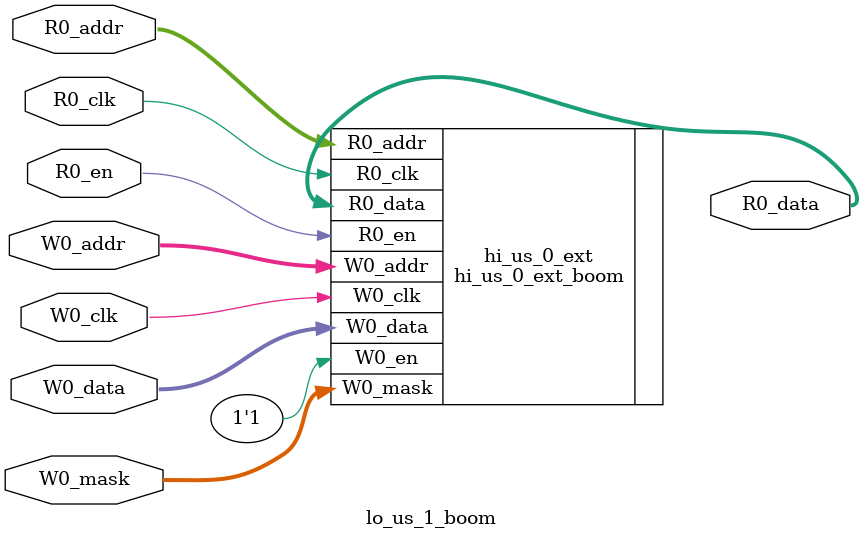
<source format=sv>
`ifndef RANDOMIZE
  `ifdef RANDOMIZE_REG_INIT
    `define RANDOMIZE
  `endif // RANDOMIZE_REG_INIT
`endif // not def RANDOMIZE
`ifndef RANDOMIZE
  `ifdef RANDOMIZE_MEM_INIT
    `define RANDOMIZE
  `endif // RANDOMIZE_MEM_INIT
`endif // not def RANDOMIZE

`ifndef RANDOM
  `define RANDOM $random
`endif // not def RANDOM

// Users can define 'PRINTF_COND' to add an extra gate to prints.
`ifndef PRINTF_COND_
  `ifdef PRINTF_COND
    `define PRINTF_COND_ (`PRINTF_COND)
  `else  // PRINTF_COND
    `define PRINTF_COND_ 1
  `endif // PRINTF_COND
`endif // not def PRINTF_COND_

// Users can define 'ASSERT_VERBOSE_COND' to add an extra gate to assert error printing.
`ifndef ASSERT_VERBOSE_COND_
  `ifdef ASSERT_VERBOSE_COND
    `define ASSERT_VERBOSE_COND_ (`ASSERT_VERBOSE_COND)
  `else  // ASSERT_VERBOSE_COND
    `define ASSERT_VERBOSE_COND_ 1
  `endif // ASSERT_VERBOSE_COND
`endif // not def ASSERT_VERBOSE_COND_

// Users can define 'STOP_COND' to add an extra gate to stop conditions.
`ifndef STOP_COND_
  `ifdef STOP_COND
    `define STOP_COND_ (`STOP_COND)
  `else  // STOP_COND
    `define STOP_COND_ 1
  `endif // STOP_COND
`endif // not def STOP_COND_

// Users can define INIT_RANDOM as general code that gets injected into the
// initializer block for modules with registers.
`ifndef INIT_RANDOM
  `define INIT_RANDOM
`endif // not def INIT_RANDOM

// If using random initialization, you can also define RANDOMIZE_DELAY to
// customize the delay used, otherwise 0.002 is used.
`ifndef RANDOMIZE_DELAY
  `define RANDOMIZE_DELAY 0.002
`endif // not def RANDOMIZE_DELAY

// Define INIT_RANDOM_PROLOG_ for use in our modules below.
`ifndef INIT_RANDOM_PROLOG_
  `ifdef RANDOMIZE
    `ifdef VERILATOR
      `define INIT_RANDOM_PROLOG_ `INIT_RANDOM
    `else  // VERILATOR
      `define INIT_RANDOM_PROLOG_ `INIT_RANDOM #`RANDOMIZE_DELAY begin end
    `endif // VERILATOR
  `else  // RANDOMIZE
    `define INIT_RANDOM_PROLOG_
  `endif // RANDOMIZE
`endif // not def INIT_RANDOM_PROLOG_

module lo_us_1_boom(	// @[tage.scala:90:27]
  input  [7:0] R0_addr,
  input        R0_en,
               R0_clk,
  input  [7:0] W0_addr,
  input        W0_clk,
  input  [3:0] W0_data,
               W0_mask,
  output [3:0] R0_data
);

  hi_us_0_ext_boom hi_us_0_ext (	// @[tage.scala:90:27]
    .R0_addr (R0_addr),
    .R0_en   (R0_en),
    .R0_clk  (R0_clk),
    .W0_addr (W0_addr),
    .W0_en   (1'h1),
    .W0_clk  (W0_clk),
    .W0_data (W0_data),
    .W0_mask (W0_mask),
    .R0_data (R0_data)
  );
endmodule


</source>
